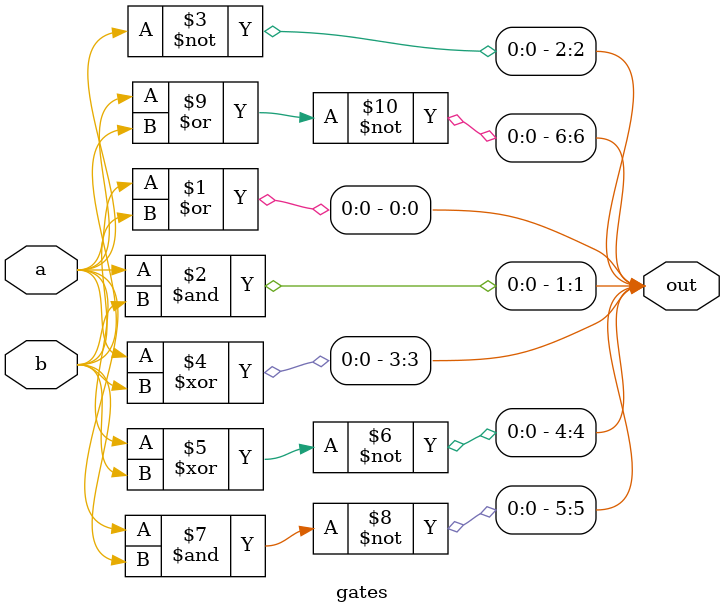
<source format=v>
`timescale 1ns / 1ps

module gates(
input a,b, 
output [6:0]out
    );
    assign out[0]= a|b;
    assign out[1]=a&b;
    assign out[2]= ~a;
    assign out[3] = a^b;
    assign out[4]= ~(a^b);
    assign out[5]= ~(a&b);
    assign out[6]=~(a|b);
   
endmodule

</source>
